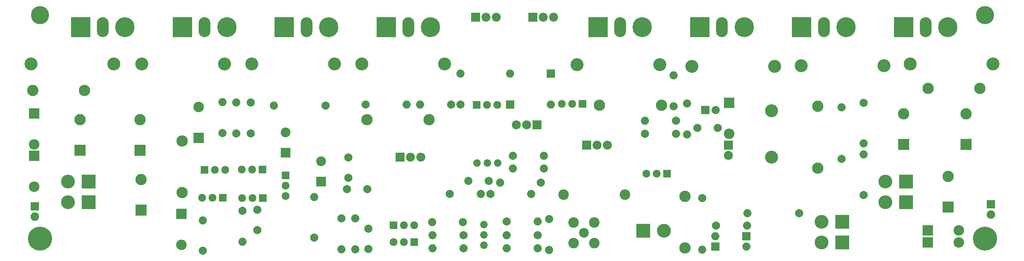
<source format=gbr>
G04 #@! TF.FileFunction,Soldermask,Bot*
%FSLAX46Y46*%
G04 Gerber Fmt 4.6, Leading zero omitted, Abs format (unit mm)*
G04 Created by KiCad (PCBNEW 4.0.7) date 10/26/20 22:45:00*
%MOMM*%
%LPD*%
G01*
G04 APERTURE LIST*
%ADD10C,0.100000*%
%ADD11C,1.920000*%
%ADD12R,1.920000X1.920000*%
%ADD13C,2.000000*%
%ADD14O,2.000000X2.000000*%
%ADD15R,2.600000X2.600000*%
%ADD16O,2.600000X2.600000*%
%ADD17R,2.800000X2.800000*%
%ADD18C,2.800000*%
%ADD19C,2.600000*%
%ADD20C,2.400000*%
%ADD21R,2.000000X2.000000*%
%ADD22R,2.400000X2.400000*%
%ADD23R,2.200000X2.200000*%
%ADD24C,2.200000*%
%ADD25C,1.840000*%
%ADD26O,2.800000X2.800000*%
%ADD27R,4.700000X4.900000*%
%ADD28O,2.900000X4.900000*%
%ADD29O,4.700000X4.900000*%
%ADD30C,3.200000*%
%ADD31O,3.200000X3.200000*%
%ADD32C,5.900000*%
%ADD33C,4.464000*%
%ADD34R,2.100000X2.100000*%
%ADD35O,2.100000X2.100000*%
%ADD36R,3.400000X3.400000*%
%ADD37C,3.400000*%
%ADD38O,2.200000X2.200000*%
G04 APERTURE END LIST*
D10*
D11*
X181460000Y-86000000D03*
X178920000Y-86000000D03*
D12*
X184000000Y-86000000D03*
D11*
X72940000Y-85100000D03*
X75480000Y-85100000D03*
D12*
X70400000Y-85100000D03*
D13*
X100100000Y-69250000D03*
D14*
X87400000Y-69250000D03*
D15*
X199200000Y-68600000D03*
D16*
X199200000Y-76220000D03*
D17*
X54625000Y-80250000D03*
D18*
X54625000Y-72750000D03*
D19*
X160980000Y-103100000D03*
X160980000Y-98020000D03*
X166060000Y-98020000D03*
X166060000Y-103100000D03*
D20*
X163520000Y-100560000D03*
D21*
X193400000Y-70400000D03*
D13*
X195900000Y-70400000D03*
D11*
X119340000Y-98700000D03*
X121880000Y-98700000D03*
D12*
X116800000Y-98700000D03*
D13*
X186200000Y-73000000D03*
D14*
X178580000Y-73000000D03*
D13*
X133800000Y-98000000D03*
D14*
X126300000Y-98000000D03*
D13*
X70000000Y-105000000D03*
D14*
X70000000Y-97500000D03*
D13*
X83400000Y-99950000D03*
X83400000Y-94950000D03*
X196400000Y-74800000D03*
X191400000Y-74800000D03*
X110600000Y-104600000D03*
X110600000Y-99600000D03*
D22*
X90350000Y-80900000D03*
D20*
X90350000Y-75900000D03*
D22*
X99000000Y-87950000D03*
D20*
X99000000Y-82950000D03*
D13*
X105750000Y-87050000D03*
X105750000Y-82050000D03*
X153000000Y-88200000D03*
D14*
X143000000Y-88200000D03*
D13*
X232200000Y-91300000D03*
D14*
X232200000Y-81300000D03*
D13*
X110000000Y-69000000D03*
D14*
X120000000Y-69000000D03*
D17*
X257400000Y-78800000D03*
D18*
X257400000Y-71300000D03*
D13*
X232200000Y-68600000D03*
D14*
X232200000Y-78600000D03*
D15*
X64730000Y-95900000D03*
D16*
X64730000Y-103520000D03*
D23*
X199000000Y-79000000D03*
D24*
X199000000Y-81540000D03*
D21*
X145400000Y-69000000D03*
D14*
X145400000Y-61380000D03*
D21*
X155400000Y-61400000D03*
D14*
X155400000Y-69020000D03*
D15*
X68975000Y-77200000D03*
D16*
X68975000Y-69580000D03*
D13*
X144600000Y-97800000D03*
D14*
X152220000Y-97800000D03*
D13*
X155000000Y-97200000D03*
D14*
X155000000Y-104820000D03*
D13*
X78250000Y-76100000D03*
D14*
X78250000Y-68480000D03*
D13*
X74850000Y-76050000D03*
D14*
X74850000Y-68430000D03*
D13*
X79700000Y-95200000D03*
D14*
X79700000Y-102820000D03*
D13*
X134000000Y-101200000D03*
D14*
X126380000Y-101200000D03*
D13*
X134000000Y-104400000D03*
D14*
X126380000Y-104400000D03*
D13*
X152200000Y-101200000D03*
D14*
X144580000Y-101200000D03*
D13*
X152200000Y-104400000D03*
D14*
X144580000Y-104400000D03*
D25*
X139000000Y-103600000D03*
X139000000Y-101060000D03*
X139000000Y-98520000D03*
D18*
X188400000Y-91600000D03*
D26*
X188400000Y-104300000D03*
D13*
X188850000Y-68750000D03*
D14*
X188850000Y-76370000D03*
D18*
X64925000Y-90700000D03*
D26*
X64925000Y-78000000D03*
D13*
X107400000Y-97000000D03*
D14*
X107400000Y-104620000D03*
D13*
X104000000Y-97000000D03*
D14*
X104000000Y-104620000D03*
D13*
X192600000Y-92000000D03*
D14*
X192600000Y-104700000D03*
D13*
X81750000Y-76100000D03*
D14*
X81750000Y-68480000D03*
D13*
X146100000Y-81600000D03*
D14*
X153720000Y-81600000D03*
D25*
X142400000Y-83400000D03*
X139860000Y-83400000D03*
X137320000Y-83400000D03*
D13*
X153750000Y-84750000D03*
D14*
X146130000Y-84750000D03*
D13*
X186200000Y-76200000D03*
D14*
X178580000Y-76200000D03*
D13*
X131000000Y-69000000D03*
D14*
X123380000Y-69000000D03*
D18*
X182600000Y-69200000D03*
D26*
X167360000Y-69200000D03*
D13*
X133250000Y-69000000D03*
D14*
X133250000Y-61380000D03*
D13*
X185600000Y-69400000D03*
D14*
X185600000Y-61780000D03*
D18*
X28250000Y-65500000D03*
D26*
X40950000Y-65500000D03*
D18*
X260750000Y-65000000D03*
D26*
X248050000Y-65000000D03*
D13*
X226800000Y-82400000D03*
D14*
X226800000Y-69700000D03*
D27*
X40000000Y-50000000D03*
D28*
X45450000Y-50000000D03*
D29*
X50900000Y-50000000D03*
D27*
X242000000Y-50000000D03*
D28*
X247450000Y-50000000D03*
D29*
X252900000Y-50000000D03*
D27*
X65000000Y-50000000D03*
D28*
X70450000Y-50000000D03*
D29*
X75900000Y-50000000D03*
D27*
X217000000Y-50000000D03*
D28*
X222450000Y-50000000D03*
D29*
X227900000Y-50000000D03*
D27*
X90000000Y-50000000D03*
D28*
X95450000Y-50000000D03*
D29*
X100900000Y-50000000D03*
D27*
X192000000Y-50000000D03*
D28*
X197450000Y-50000000D03*
D29*
X202900000Y-50000000D03*
D27*
X115000000Y-50000000D03*
D28*
X120450000Y-50000000D03*
D29*
X125900000Y-50000000D03*
D27*
X167000000Y-50000000D03*
D28*
X172450000Y-50000000D03*
D29*
X177900000Y-50000000D03*
D30*
X27800000Y-59000000D03*
D31*
X48120000Y-59000000D03*
D30*
X264000000Y-59000000D03*
D31*
X243680000Y-59000000D03*
D30*
X55000000Y-59000000D03*
D31*
X75320000Y-59000000D03*
D30*
X237200000Y-59400000D03*
D31*
X216880000Y-59400000D03*
D30*
X82000000Y-59000000D03*
D31*
X102320000Y-59000000D03*
D30*
X210400000Y-59600000D03*
D31*
X190080000Y-59600000D03*
D30*
X109000000Y-59000000D03*
D31*
X129320000Y-59000000D03*
D30*
X182200000Y-59200000D03*
D31*
X161880000Y-59200000D03*
D32*
X262000000Y-102000000D03*
D33*
X262000000Y-47000000D03*
D32*
X30000000Y-102000000D03*
D33*
X30000000Y-47000000D03*
D17*
X39850000Y-80250000D03*
D18*
X39850000Y-72750000D03*
D17*
X54825000Y-95000000D03*
D18*
X54825000Y-87500000D03*
D17*
X242000000Y-78800000D03*
D18*
X242000000Y-71300000D03*
D17*
X253000000Y-94200000D03*
D18*
X253000000Y-86700000D03*
X125550000Y-72700000D03*
D26*
X110310000Y-72700000D03*
D19*
X158600000Y-91200000D03*
X173600000Y-91200000D03*
D30*
X209600000Y-82000000D03*
X209600000Y-70570000D03*
D18*
X221000000Y-69400000D03*
D26*
X221000000Y-84640000D03*
D11*
X119360000Y-102900000D03*
X116820000Y-102900000D03*
D12*
X121900000Y-102900000D03*
D11*
X82110000Y-85050000D03*
X79570000Y-85050000D03*
D12*
X84650000Y-85050000D03*
D11*
X82210000Y-92000000D03*
X79670000Y-92000000D03*
D12*
X84750000Y-92000000D03*
D11*
X72410000Y-91950000D03*
X69870000Y-91950000D03*
D12*
X74950000Y-91950000D03*
D11*
X90300000Y-88990000D03*
X90300000Y-91530000D03*
D12*
X90300000Y-86450000D03*
D11*
X139740000Y-69100000D03*
X142280000Y-69100000D03*
D12*
X137200000Y-69100000D03*
D11*
X160660000Y-68800000D03*
X158120000Y-68800000D03*
D12*
X163200000Y-68800000D03*
D15*
X28600000Y-71200000D03*
D16*
X28600000Y-78820000D03*
D15*
X248000000Y-100000000D03*
D16*
X255620000Y-100000000D03*
D15*
X28600000Y-81600000D03*
D16*
X28600000Y-89220000D03*
D15*
X248000000Y-103000000D03*
D16*
X255620000Y-103000000D03*
D13*
X97350000Y-101800000D03*
D14*
X97350000Y-91800000D03*
D13*
X216400000Y-95800000D03*
D14*
X203700000Y-95800000D03*
D13*
X140600000Y-91000000D03*
D14*
X150600000Y-91000000D03*
D13*
X135200000Y-87800000D03*
X140200000Y-87800000D03*
X130600000Y-91000000D03*
D14*
X138220000Y-91000000D03*
D34*
X263460000Y-93540000D03*
D35*
X263460000Y-96080000D03*
D34*
X28770000Y-94110000D03*
D35*
X28770000Y-96650000D03*
D36*
X227000000Y-97900000D03*
D37*
X221920000Y-97900000D03*
D36*
X227000000Y-102980000D03*
D37*
X221920000Y-102980000D03*
D36*
X242600000Y-88000000D03*
D37*
X237520000Y-88000000D03*
D36*
X242600000Y-93080000D03*
D37*
X237520000Y-93080000D03*
D36*
X42000000Y-88000000D03*
D37*
X36920000Y-88000000D03*
D36*
X42000000Y-93080000D03*
D37*
X36920000Y-93080000D03*
D36*
X178080000Y-100050000D03*
D37*
X183160000Y-100050000D03*
D13*
X105400000Y-89800000D03*
X110400000Y-89800000D03*
D21*
X195800000Y-104000000D03*
D14*
X203420000Y-104000000D03*
D21*
X203400000Y-101400000D03*
D14*
X195780000Y-101400000D03*
D13*
X196000000Y-98800000D03*
D14*
X203620000Y-98800000D03*
D23*
X118400000Y-82000000D03*
D38*
X120940000Y-82000000D03*
X123480000Y-82000000D03*
D23*
X152000000Y-74000000D03*
D38*
X149460000Y-74000000D03*
X146920000Y-74000000D03*
D23*
X164200000Y-79000000D03*
D38*
X166740000Y-79000000D03*
X169280000Y-79000000D03*
D23*
X137000000Y-47500000D03*
D38*
X139540000Y-47500000D03*
X142080000Y-47500000D03*
D23*
X151000000Y-47500000D03*
D38*
X153540000Y-47500000D03*
X156080000Y-47500000D03*
M02*

</source>
